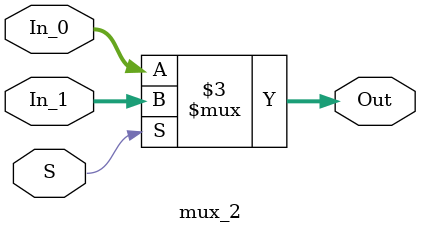
<source format=sv>
module mux_2 
#(parameter n = 16)
(
					input  logic S,
					input  logic [n-1:0] In_0, In_1,
					output logic [n-1:0]Out
					);
					
		always_comb
			begin
				if (S)
					Out = In_1;
				else
					Out = In_0;
			end
			
endmodule
</source>
